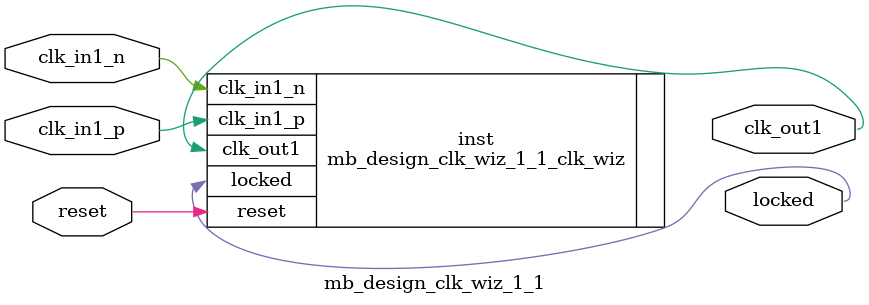
<source format=v>


`timescale 1ps/1ps

(* CORE_GENERATION_INFO = "mb_design_clk_wiz_1_1,clk_wiz_v6_0_3_0_0,{component_name=mb_design_clk_wiz_1_1,use_phase_alignment=true,use_min_o_jitter=false,use_max_i_jitter=false,use_dyn_phase_shift=false,use_inclk_switchover=false,use_dyn_reconfig=false,enable_axi=0,feedback_source=FDBK_AUTO,PRIMITIVE=MMCM,num_out_clk=1,clkin1_period=10.000,clkin2_period=10.000,use_power_down=false,use_reset=true,use_locked=true,use_inclk_stopped=false,feedback_type=SINGLE,CLOCK_MGR_TYPE=NA,manual_override=false}" *)

module mb_design_clk_wiz_1_1 
 (
  // Clock out ports
  output        clk_out1,
  // Status and control signals
  input         reset,
  output        locked,
 // Clock in ports
  input         clk_in1_p,
  input         clk_in1_n
 );

  mb_design_clk_wiz_1_1_clk_wiz inst
  (
  // Clock out ports  
  .clk_out1(clk_out1),
  // Status and control signals               
  .reset(reset), 
  .locked(locked),
 // Clock in ports
  .clk_in1_p(clk_in1_p),
  .clk_in1_n(clk_in1_n)
  );

endmodule

</source>
